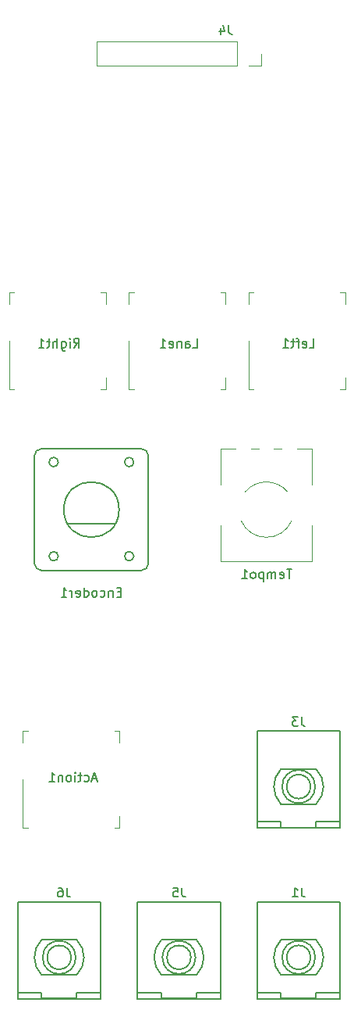
<source format=gbr>
G04 #@! TF.FileFunction,Legend,Bot*
%FSLAX46Y46*%
G04 Gerber Fmt 4.6, Leading zero omitted, Abs format (unit mm)*
G04 Created by KiCad (PCBNEW 4.0.7) date 07/21/18 13:32:25*
%MOMM*%
%LPD*%
G01*
G04 APERTURE LIST*
%ADD10C,0.100000*%
%ADD11C,0.120000*%
%ADD12C,0.200000*%
%ADD13C,0.150000*%
G04 APERTURE END LIST*
D10*
D11*
X116000000Y-135950000D02*
X116550000Y-135950000D01*
X116550000Y-135950000D02*
X116550000Y-134700000D01*
X116000000Y-125450000D02*
X116550000Y-125450000D01*
X116550000Y-125450000D02*
X116550000Y-126700000D01*
X106600000Y-135950000D02*
X106050000Y-135950000D01*
X106050000Y-135950000D02*
X106050000Y-130700000D01*
X106600000Y-125450000D02*
X106050000Y-125450000D01*
X106050000Y-125450000D02*
X106050000Y-126700000D01*
X129350000Y-53450000D02*
X114050000Y-53450000D01*
X114050000Y-53450000D02*
X114050000Y-50790000D01*
X114050000Y-50790000D02*
X129350000Y-50790000D01*
X129350000Y-50790000D02*
X129350000Y-53450000D01*
X130620000Y-53450000D02*
X131950000Y-53450000D01*
X131950000Y-53450000D02*
X131950000Y-52120000D01*
X127500000Y-88450000D02*
X128050000Y-88450000D01*
X128050000Y-88450000D02*
X128050000Y-87200000D01*
X127500000Y-77950000D02*
X128050000Y-77950000D01*
X128050000Y-77950000D02*
X128050000Y-79200000D01*
X118100000Y-88450000D02*
X117550000Y-88450000D01*
X117550000Y-88450000D02*
X117550000Y-83200000D01*
X118100000Y-77950000D02*
X117550000Y-77950000D01*
X117550000Y-77950000D02*
X117550000Y-79200000D01*
X114500000Y-88450000D02*
X115050000Y-88450000D01*
X115050000Y-88450000D02*
X115050000Y-87200000D01*
X114500000Y-77950000D02*
X115050000Y-77950000D01*
X115050000Y-77950000D02*
X115050000Y-79200000D01*
X105100000Y-88450000D02*
X104550000Y-88450000D01*
X104550000Y-88450000D02*
X104550000Y-83200000D01*
X105100000Y-77950000D02*
X104550000Y-77950000D01*
X104550000Y-77950000D02*
X104550000Y-79200000D01*
X140500000Y-88450000D02*
X141050000Y-88450000D01*
X141050000Y-88450000D02*
X141050000Y-87200000D01*
X140500000Y-77950000D02*
X141050000Y-77950000D01*
X141050000Y-77950000D02*
X141050000Y-79200000D01*
X131100000Y-88450000D02*
X130550000Y-88450000D01*
X130550000Y-88450000D02*
X130550000Y-83200000D01*
X131100000Y-77950000D02*
X130550000Y-77950000D01*
X130550000Y-77950000D02*
X130550000Y-79200000D01*
D12*
X109900000Y-96350000D02*
G75*
G03X109900000Y-96350000I-500000J0D01*
G01*
X118100000Y-96350000D02*
G75*
G03X118100000Y-96350000I-500000J0D01*
G01*
X118100000Y-106550000D02*
G75*
G03X118100000Y-106550000I-500000J0D01*
G01*
X109900000Y-106550000D02*
G75*
G03X109900000Y-106550000I-500000J0D01*
G01*
X107300000Y-95700000D02*
X107300000Y-107300000D01*
X119700000Y-107300000D02*
X119700000Y-95700000D01*
X108100000Y-108100000D02*
X118900000Y-108100000D01*
X108100000Y-94900000D02*
X118900000Y-94900000D01*
X108100000Y-108100000D02*
G75*
G02X107300000Y-107300000I0J800000D01*
G01*
X107300000Y-95700000D02*
G75*
G02X108100000Y-94900000I800000J0D01*
G01*
X118900000Y-94900000D02*
G75*
G02X119700000Y-95700000I0J-800000D01*
G01*
X119700000Y-107300000D02*
G75*
G02X118900000Y-108100000I-800000J0D01*
G01*
X110900000Y-103000000D02*
X116100000Y-103000000D01*
X116500000Y-101500000D02*
G75*
G03X116500000Y-101500000I-3000000J0D01*
G01*
D11*
X129737568Y-102671982D02*
G75*
G03X135262000Y-102673000I2762432J1171982D01*
G01*
X134797753Y-99571705D02*
G75*
G03X130202000Y-99572000I-2297753J-1928295D01*
G01*
X127539000Y-94940000D02*
X127539000Y-98806000D01*
X127539000Y-103195000D02*
X127539000Y-107060000D01*
X137460000Y-94940000D02*
X137460000Y-98806000D01*
X137460000Y-103195000D02*
X137460000Y-107060000D01*
X127539000Y-94940000D02*
X129175000Y-94940000D01*
X130825000Y-94940000D02*
X131675000Y-94940000D01*
X133325000Y-94940000D02*
X134175000Y-94940000D01*
X135825000Y-94940000D02*
X137460000Y-94940000D01*
X127539000Y-107060000D02*
X137460000Y-107060000D01*
D13*
X127445000Y-153810000D02*
X124905000Y-153810000D01*
X124905000Y-153810000D02*
X124905000Y-154445000D01*
X124905000Y-154445000D02*
X121095000Y-154445000D01*
X121095000Y-154445000D02*
X121095000Y-153810000D01*
X121095000Y-153810000D02*
X118555000Y-153810000D01*
X121095000Y-151905000D02*
G75*
G02X121095000Y-148095000I1905000J1905000D01*
G01*
X124905000Y-148095000D02*
G75*
G02X124905000Y-151905000I-1905000J-1905000D01*
G01*
X121095000Y-151905000D02*
X124905000Y-151905000D01*
X124905000Y-148095000D02*
X121095000Y-148095000D01*
X124796051Y-150000000D02*
G75*
G03X124796051Y-150000000I-1796051J0D01*
G01*
X118500000Y-144000000D02*
X118500000Y-154500000D01*
X127500000Y-144000000D02*
X127500000Y-154500000D01*
X127500000Y-154500000D02*
X118500000Y-154500000D01*
X127500000Y-144000000D02*
X118500000Y-144000000D01*
X124300000Y-150000000D02*
G75*
G03X124300000Y-150000000I-1300000J0D01*
G01*
X140445000Y-153810000D02*
X137905000Y-153810000D01*
X137905000Y-153810000D02*
X137905000Y-154445000D01*
X137905000Y-154445000D02*
X134095000Y-154445000D01*
X134095000Y-154445000D02*
X134095000Y-153810000D01*
X134095000Y-153810000D02*
X131555000Y-153810000D01*
X134095000Y-151905000D02*
G75*
G02X134095000Y-148095000I1905000J1905000D01*
G01*
X137905000Y-148095000D02*
G75*
G02X137905000Y-151905000I-1905000J-1905000D01*
G01*
X134095000Y-151905000D02*
X137905000Y-151905000D01*
X137905000Y-148095000D02*
X134095000Y-148095000D01*
X137796051Y-150000000D02*
G75*
G03X137796051Y-150000000I-1796051J0D01*
G01*
X131500000Y-144000000D02*
X131500000Y-154500000D01*
X140500000Y-144000000D02*
X140500000Y-154500000D01*
X140500000Y-154500000D02*
X131500000Y-154500000D01*
X140500000Y-144000000D02*
X131500000Y-144000000D01*
X137300000Y-150000000D02*
G75*
G03X137300000Y-150000000I-1300000J0D01*
G01*
X140445000Y-135310000D02*
X137905000Y-135310000D01*
X137905000Y-135310000D02*
X137905000Y-135945000D01*
X137905000Y-135945000D02*
X134095000Y-135945000D01*
X134095000Y-135945000D02*
X134095000Y-135310000D01*
X134095000Y-135310000D02*
X131555000Y-135310000D01*
X134095000Y-133405000D02*
G75*
G02X134095000Y-129595000I1905000J1905000D01*
G01*
X137905000Y-129595000D02*
G75*
G02X137905000Y-133405000I-1905000J-1905000D01*
G01*
X134095000Y-133405000D02*
X137905000Y-133405000D01*
X137905000Y-129595000D02*
X134095000Y-129595000D01*
X137796051Y-131500000D02*
G75*
G03X137796051Y-131500000I-1796051J0D01*
G01*
X131500000Y-125500000D02*
X131500000Y-136000000D01*
X140500000Y-125500000D02*
X140500000Y-136000000D01*
X140500000Y-136000000D02*
X131500000Y-136000000D01*
X140500000Y-125500000D02*
X131500000Y-125500000D01*
X137300000Y-131500000D02*
G75*
G03X137300000Y-131500000I-1300000J0D01*
G01*
X114445000Y-153810000D02*
X111905000Y-153810000D01*
X111905000Y-153810000D02*
X111905000Y-154445000D01*
X111905000Y-154445000D02*
X108095000Y-154445000D01*
X108095000Y-154445000D02*
X108095000Y-153810000D01*
X108095000Y-153810000D02*
X105555000Y-153810000D01*
X108095000Y-151905000D02*
G75*
G02X108095000Y-148095000I1905000J1905000D01*
G01*
X111905000Y-148095000D02*
G75*
G02X111905000Y-151905000I-1905000J-1905000D01*
G01*
X108095000Y-151905000D02*
X111905000Y-151905000D01*
X111905000Y-148095000D02*
X108095000Y-148095000D01*
X111796051Y-150000000D02*
G75*
G03X111796051Y-150000000I-1796051J0D01*
G01*
X105500000Y-144000000D02*
X105500000Y-154500000D01*
X114500000Y-144000000D02*
X114500000Y-154500000D01*
X114500000Y-154500000D02*
X105500000Y-154500000D01*
X114500000Y-144000000D02*
X105500000Y-144000000D01*
X111300000Y-150000000D02*
G75*
G03X111300000Y-150000000I-1300000J0D01*
G01*
X114071429Y-130666667D02*
X113595238Y-130666667D01*
X114166667Y-130952381D02*
X113833334Y-129952381D01*
X113500000Y-130952381D01*
X112738095Y-130904762D02*
X112833333Y-130952381D01*
X113023810Y-130952381D01*
X113119048Y-130904762D01*
X113166667Y-130857143D01*
X113214286Y-130761905D01*
X113214286Y-130476190D01*
X113166667Y-130380952D01*
X113119048Y-130333333D01*
X113023810Y-130285714D01*
X112833333Y-130285714D01*
X112738095Y-130333333D01*
X112452381Y-130285714D02*
X112071429Y-130285714D01*
X112309524Y-129952381D02*
X112309524Y-130809524D01*
X112261905Y-130904762D01*
X112166667Y-130952381D01*
X112071429Y-130952381D01*
X111738095Y-130952381D02*
X111738095Y-130285714D01*
X111738095Y-129952381D02*
X111785714Y-130000000D01*
X111738095Y-130047619D01*
X111690476Y-130000000D01*
X111738095Y-129952381D01*
X111738095Y-130047619D01*
X111119048Y-130952381D02*
X111214286Y-130904762D01*
X111261905Y-130857143D01*
X111309524Y-130761905D01*
X111309524Y-130476190D01*
X111261905Y-130380952D01*
X111214286Y-130333333D01*
X111119048Y-130285714D01*
X110976190Y-130285714D01*
X110880952Y-130333333D01*
X110833333Y-130380952D01*
X110785714Y-130476190D01*
X110785714Y-130761905D01*
X110833333Y-130857143D01*
X110880952Y-130904762D01*
X110976190Y-130952381D01*
X111119048Y-130952381D01*
X110357143Y-130285714D02*
X110357143Y-130952381D01*
X110357143Y-130380952D02*
X110309524Y-130333333D01*
X110214286Y-130285714D01*
X110071428Y-130285714D01*
X109976190Y-130333333D01*
X109928571Y-130428571D01*
X109928571Y-130952381D01*
X108928571Y-130952381D02*
X109500000Y-130952381D01*
X109214286Y-130952381D02*
X109214286Y-129952381D01*
X109309524Y-130095238D01*
X109404762Y-130190476D01*
X109500000Y-130238095D01*
X128413333Y-49032381D02*
X128413333Y-49746667D01*
X128460953Y-49889524D01*
X128556191Y-49984762D01*
X128699048Y-50032381D01*
X128794286Y-50032381D01*
X127508571Y-49365714D02*
X127508571Y-50032381D01*
X127746667Y-48984762D02*
X127984762Y-49699048D01*
X127365714Y-49699048D01*
X124500000Y-83952381D02*
X124976191Y-83952381D01*
X124976191Y-82952381D01*
X123738095Y-83952381D02*
X123738095Y-83428571D01*
X123785714Y-83333333D01*
X123880952Y-83285714D01*
X124071429Y-83285714D01*
X124166667Y-83333333D01*
X123738095Y-83904762D02*
X123833333Y-83952381D01*
X124071429Y-83952381D01*
X124166667Y-83904762D01*
X124214286Y-83809524D01*
X124214286Y-83714286D01*
X124166667Y-83619048D01*
X124071429Y-83571429D01*
X123833333Y-83571429D01*
X123738095Y-83523810D01*
X123261905Y-83285714D02*
X123261905Y-83952381D01*
X123261905Y-83380952D02*
X123214286Y-83333333D01*
X123119048Y-83285714D01*
X122976190Y-83285714D01*
X122880952Y-83333333D01*
X122833333Y-83428571D01*
X122833333Y-83952381D01*
X121976190Y-83904762D02*
X122071428Y-83952381D01*
X122261905Y-83952381D01*
X122357143Y-83904762D01*
X122404762Y-83809524D01*
X122404762Y-83428571D01*
X122357143Y-83333333D01*
X122261905Y-83285714D01*
X122071428Y-83285714D01*
X121976190Y-83333333D01*
X121928571Y-83428571D01*
X121928571Y-83523810D01*
X122404762Y-83619048D01*
X120976190Y-83952381D02*
X121547619Y-83952381D01*
X121261905Y-83952381D02*
X121261905Y-82952381D01*
X121357143Y-83095238D01*
X121452381Y-83190476D01*
X121547619Y-83238095D01*
X111595238Y-83952381D02*
X111928572Y-83476190D01*
X112166667Y-83952381D02*
X112166667Y-82952381D01*
X111785714Y-82952381D01*
X111690476Y-83000000D01*
X111642857Y-83047619D01*
X111595238Y-83142857D01*
X111595238Y-83285714D01*
X111642857Y-83380952D01*
X111690476Y-83428571D01*
X111785714Y-83476190D01*
X112166667Y-83476190D01*
X111166667Y-83952381D02*
X111166667Y-83285714D01*
X111166667Y-82952381D02*
X111214286Y-83000000D01*
X111166667Y-83047619D01*
X111119048Y-83000000D01*
X111166667Y-82952381D01*
X111166667Y-83047619D01*
X110261905Y-83285714D02*
X110261905Y-84095238D01*
X110309524Y-84190476D01*
X110357143Y-84238095D01*
X110452382Y-84285714D01*
X110595239Y-84285714D01*
X110690477Y-84238095D01*
X110261905Y-83904762D02*
X110357143Y-83952381D01*
X110547620Y-83952381D01*
X110642858Y-83904762D01*
X110690477Y-83857143D01*
X110738096Y-83761905D01*
X110738096Y-83476190D01*
X110690477Y-83380952D01*
X110642858Y-83333333D01*
X110547620Y-83285714D01*
X110357143Y-83285714D01*
X110261905Y-83333333D01*
X109785715Y-83952381D02*
X109785715Y-82952381D01*
X109357143Y-83952381D02*
X109357143Y-83428571D01*
X109404762Y-83333333D01*
X109500000Y-83285714D01*
X109642858Y-83285714D01*
X109738096Y-83333333D01*
X109785715Y-83380952D01*
X109023810Y-83285714D02*
X108642858Y-83285714D01*
X108880953Y-82952381D02*
X108880953Y-83809524D01*
X108833334Y-83904762D01*
X108738096Y-83952381D01*
X108642858Y-83952381D01*
X107785714Y-83952381D02*
X108357143Y-83952381D01*
X108071429Y-83952381D02*
X108071429Y-82952381D01*
X108166667Y-83095238D01*
X108261905Y-83190476D01*
X108357143Y-83238095D01*
X137166667Y-83952381D02*
X137642858Y-83952381D01*
X137642858Y-82952381D01*
X136452381Y-83904762D02*
X136547619Y-83952381D01*
X136738096Y-83952381D01*
X136833334Y-83904762D01*
X136880953Y-83809524D01*
X136880953Y-83428571D01*
X136833334Y-83333333D01*
X136738096Y-83285714D01*
X136547619Y-83285714D01*
X136452381Y-83333333D01*
X136404762Y-83428571D01*
X136404762Y-83523810D01*
X136880953Y-83619048D01*
X136119048Y-83285714D02*
X135738096Y-83285714D01*
X135976191Y-83952381D02*
X135976191Y-83095238D01*
X135928572Y-83000000D01*
X135833334Y-82952381D01*
X135738096Y-82952381D01*
X135547619Y-83285714D02*
X135166667Y-83285714D01*
X135404762Y-82952381D02*
X135404762Y-83809524D01*
X135357143Y-83904762D01*
X135261905Y-83952381D01*
X135166667Y-83952381D01*
X134309523Y-83952381D02*
X134880952Y-83952381D01*
X134595238Y-83952381D02*
X134595238Y-82952381D01*
X134690476Y-83095238D01*
X134785714Y-83190476D01*
X134880952Y-83238095D01*
D12*
X116714286Y-110428571D02*
X116380952Y-110428571D01*
X116238095Y-110952381D02*
X116714286Y-110952381D01*
X116714286Y-109952381D01*
X116238095Y-109952381D01*
X115809524Y-110285714D02*
X115809524Y-110952381D01*
X115809524Y-110380952D02*
X115761905Y-110333333D01*
X115666667Y-110285714D01*
X115523809Y-110285714D01*
X115428571Y-110333333D01*
X115380952Y-110428571D01*
X115380952Y-110952381D01*
X114476190Y-110904762D02*
X114571428Y-110952381D01*
X114761905Y-110952381D01*
X114857143Y-110904762D01*
X114904762Y-110857143D01*
X114952381Y-110761905D01*
X114952381Y-110476190D01*
X114904762Y-110380952D01*
X114857143Y-110333333D01*
X114761905Y-110285714D01*
X114571428Y-110285714D01*
X114476190Y-110333333D01*
X113904762Y-110952381D02*
X114000000Y-110904762D01*
X114047619Y-110857143D01*
X114095238Y-110761905D01*
X114095238Y-110476190D01*
X114047619Y-110380952D01*
X114000000Y-110333333D01*
X113904762Y-110285714D01*
X113761904Y-110285714D01*
X113666666Y-110333333D01*
X113619047Y-110380952D01*
X113571428Y-110476190D01*
X113571428Y-110761905D01*
X113619047Y-110857143D01*
X113666666Y-110904762D01*
X113761904Y-110952381D01*
X113904762Y-110952381D01*
X112714285Y-110952381D02*
X112714285Y-109952381D01*
X112714285Y-110904762D02*
X112809523Y-110952381D01*
X113000000Y-110952381D01*
X113095238Y-110904762D01*
X113142857Y-110857143D01*
X113190476Y-110761905D01*
X113190476Y-110476190D01*
X113142857Y-110380952D01*
X113095238Y-110333333D01*
X113000000Y-110285714D01*
X112809523Y-110285714D01*
X112714285Y-110333333D01*
X111857142Y-110904762D02*
X111952380Y-110952381D01*
X112142857Y-110952381D01*
X112238095Y-110904762D01*
X112285714Y-110809524D01*
X112285714Y-110428571D01*
X112238095Y-110333333D01*
X112142857Y-110285714D01*
X111952380Y-110285714D01*
X111857142Y-110333333D01*
X111809523Y-110428571D01*
X111809523Y-110523810D01*
X112285714Y-110619048D01*
X111380952Y-110952381D02*
X111380952Y-110285714D01*
X111380952Y-110476190D02*
X111333333Y-110380952D01*
X111285714Y-110333333D01*
X111190476Y-110285714D01*
X111095237Y-110285714D01*
X110238094Y-110952381D02*
X110809523Y-110952381D01*
X110523809Y-110952381D02*
X110523809Y-109952381D01*
X110619047Y-110095238D01*
X110714285Y-110190476D01*
X110809523Y-110238095D01*
D13*
X135261905Y-107952381D02*
X134690476Y-107952381D01*
X134976191Y-108952381D02*
X134976191Y-107952381D01*
X133976190Y-108904762D02*
X134071428Y-108952381D01*
X134261905Y-108952381D01*
X134357143Y-108904762D01*
X134404762Y-108809524D01*
X134404762Y-108428571D01*
X134357143Y-108333333D01*
X134261905Y-108285714D01*
X134071428Y-108285714D01*
X133976190Y-108333333D01*
X133928571Y-108428571D01*
X133928571Y-108523810D01*
X134404762Y-108619048D01*
X133500000Y-108952381D02*
X133500000Y-108285714D01*
X133500000Y-108380952D02*
X133452381Y-108333333D01*
X133357143Y-108285714D01*
X133214285Y-108285714D01*
X133119047Y-108333333D01*
X133071428Y-108428571D01*
X133071428Y-108952381D01*
X133071428Y-108428571D02*
X133023809Y-108333333D01*
X132928571Y-108285714D01*
X132785714Y-108285714D01*
X132690476Y-108333333D01*
X132642857Y-108428571D01*
X132642857Y-108952381D01*
X132166667Y-108285714D02*
X132166667Y-109285714D01*
X132166667Y-108333333D02*
X132071429Y-108285714D01*
X131880952Y-108285714D01*
X131785714Y-108333333D01*
X131738095Y-108380952D01*
X131690476Y-108476190D01*
X131690476Y-108761905D01*
X131738095Y-108857143D01*
X131785714Y-108904762D01*
X131880952Y-108952381D01*
X132071429Y-108952381D01*
X132166667Y-108904762D01*
X131119048Y-108952381D02*
X131214286Y-108904762D01*
X131261905Y-108857143D01*
X131309524Y-108761905D01*
X131309524Y-108476190D01*
X131261905Y-108380952D01*
X131214286Y-108333333D01*
X131119048Y-108285714D01*
X130976190Y-108285714D01*
X130880952Y-108333333D01*
X130833333Y-108380952D01*
X130785714Y-108476190D01*
X130785714Y-108761905D01*
X130833333Y-108857143D01*
X130880952Y-108904762D01*
X130976190Y-108952381D01*
X131119048Y-108952381D01*
X129833333Y-108952381D02*
X130404762Y-108952381D01*
X130119048Y-108952381D02*
X130119048Y-107952381D01*
X130214286Y-108095238D01*
X130309524Y-108190476D01*
X130404762Y-108238095D01*
X123333333Y-142452381D02*
X123333333Y-143166667D01*
X123380953Y-143309524D01*
X123476191Y-143404762D01*
X123619048Y-143452381D01*
X123714286Y-143452381D01*
X122380952Y-142452381D02*
X122857143Y-142452381D01*
X122904762Y-142928571D01*
X122857143Y-142880952D01*
X122761905Y-142833333D01*
X122523809Y-142833333D01*
X122428571Y-142880952D01*
X122380952Y-142928571D01*
X122333333Y-143023810D01*
X122333333Y-143261905D01*
X122380952Y-143357143D01*
X122428571Y-143404762D01*
X122523809Y-143452381D01*
X122761905Y-143452381D01*
X122857143Y-143404762D01*
X122904762Y-143357143D01*
X136333333Y-142452381D02*
X136333333Y-143166667D01*
X136380953Y-143309524D01*
X136476191Y-143404762D01*
X136619048Y-143452381D01*
X136714286Y-143452381D01*
X135333333Y-143452381D02*
X135904762Y-143452381D01*
X135619048Y-143452381D02*
X135619048Y-142452381D01*
X135714286Y-142595238D01*
X135809524Y-142690476D01*
X135904762Y-142738095D01*
X136333333Y-123952381D02*
X136333333Y-124666667D01*
X136380953Y-124809524D01*
X136476191Y-124904762D01*
X136619048Y-124952381D01*
X136714286Y-124952381D01*
X135952381Y-123952381D02*
X135333333Y-123952381D01*
X135666667Y-124333333D01*
X135523809Y-124333333D01*
X135428571Y-124380952D01*
X135380952Y-124428571D01*
X135333333Y-124523810D01*
X135333333Y-124761905D01*
X135380952Y-124857143D01*
X135428571Y-124904762D01*
X135523809Y-124952381D01*
X135809524Y-124952381D01*
X135904762Y-124904762D01*
X135952381Y-124857143D01*
X110833333Y-142452381D02*
X110833333Y-143166667D01*
X110880953Y-143309524D01*
X110976191Y-143404762D01*
X111119048Y-143452381D01*
X111214286Y-143452381D01*
X109928571Y-142452381D02*
X110119048Y-142452381D01*
X110214286Y-142500000D01*
X110261905Y-142547619D01*
X110357143Y-142690476D01*
X110404762Y-142880952D01*
X110404762Y-143261905D01*
X110357143Y-143357143D01*
X110309524Y-143404762D01*
X110214286Y-143452381D01*
X110023809Y-143452381D01*
X109928571Y-143404762D01*
X109880952Y-143357143D01*
X109833333Y-143261905D01*
X109833333Y-143023810D01*
X109880952Y-142928571D01*
X109928571Y-142880952D01*
X110023809Y-142833333D01*
X110214286Y-142833333D01*
X110309524Y-142880952D01*
X110357143Y-142928571D01*
X110404762Y-143023810D01*
M02*

</source>
